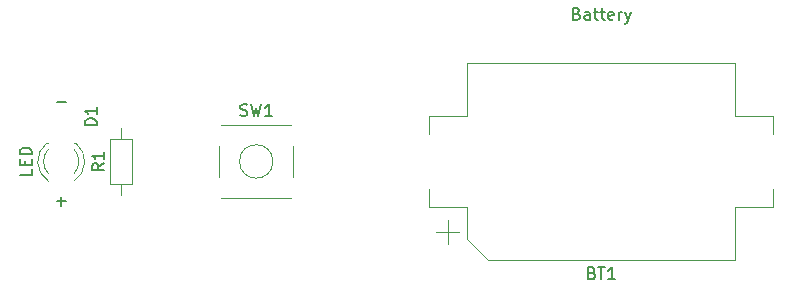
<source format=gto>
%TF.GenerationSoftware,KiCad,Pcbnew,(6.0.0)*%
%TF.CreationDate,2023-05-18T20:33:58-04:00*%
%TF.ProjectId,Project One _ Torchlight,50726f6a-6563-4742-904f-6e65205f2054,1.1*%
%TF.SameCoordinates,Original*%
%TF.FileFunction,Legend,Top*%
%TF.FilePolarity,Positive*%
%FSLAX46Y46*%
G04 Gerber Fmt 4.6, Leading zero omitted, Abs format (unit mm)*
G04 Created by KiCad (PCBNEW (6.0.0)) date 2023-05-18 20:33:58*
%MOMM*%
%LPD*%
G01*
G04 APERTURE LIST*
%ADD10C,0.150000*%
%ADD11C,0.120000*%
G04 APERTURE END LIST*
D10*
X91059047Y-90241428D02*
X91820952Y-90241428D01*
X91059047Y-98623428D02*
X91820952Y-98623428D01*
X91440000Y-99004380D02*
X91440000Y-98242476D01*
%TO.C,D1*%
X94432380Y-92178095D02*
X93432380Y-92178095D01*
X93432380Y-91940000D01*
X93480000Y-91797142D01*
X93575238Y-91701904D01*
X93670476Y-91654285D01*
X93860952Y-91606666D01*
X94003809Y-91606666D01*
X94194285Y-91654285D01*
X94289523Y-91701904D01*
X94384761Y-91797142D01*
X94432380Y-91940000D01*
X94432380Y-92178095D01*
X94432380Y-90654285D02*
X94432380Y-91225714D01*
X94432380Y-90940000D02*
X93432380Y-90940000D01*
X93575238Y-91035238D01*
X93670476Y-91130476D01*
X93718095Y-91225714D01*
X88932380Y-95892857D02*
X88932380Y-96369047D01*
X87932380Y-96369047D01*
X88408571Y-95559523D02*
X88408571Y-95226190D01*
X88932380Y-95083333D02*
X88932380Y-95559523D01*
X87932380Y-95559523D01*
X87932380Y-95083333D01*
X88932380Y-94654761D02*
X87932380Y-94654761D01*
X87932380Y-94416666D01*
X87980000Y-94273809D01*
X88075238Y-94178571D01*
X88170476Y-94130952D01*
X88360952Y-94083333D01*
X88503809Y-94083333D01*
X88694285Y-94130952D01*
X88789523Y-94178571D01*
X88884761Y-94273809D01*
X88932380Y-94416666D01*
X88932380Y-94654761D01*
%TO.C,BT1*%
X136374285Y-104703571D02*
X136517142Y-104751190D01*
X136564761Y-104798809D01*
X136612380Y-104894047D01*
X136612380Y-105036904D01*
X136564761Y-105132142D01*
X136517142Y-105179761D01*
X136421904Y-105227380D01*
X136040952Y-105227380D01*
X136040952Y-104227380D01*
X136374285Y-104227380D01*
X136469523Y-104275000D01*
X136517142Y-104322619D01*
X136564761Y-104417857D01*
X136564761Y-104513095D01*
X136517142Y-104608333D01*
X136469523Y-104655952D01*
X136374285Y-104703571D01*
X136040952Y-104703571D01*
X136898095Y-104227380D02*
X137469523Y-104227380D01*
X137183809Y-105227380D02*
X137183809Y-104227380D01*
X138326666Y-105227380D02*
X137755238Y-105227380D01*
X138040952Y-105227380D02*
X138040952Y-104227380D01*
X137945714Y-104370238D01*
X137850476Y-104465476D01*
X137755238Y-104513095D01*
X135088571Y-82732571D02*
X135231428Y-82780190D01*
X135279047Y-82827809D01*
X135326666Y-82923047D01*
X135326666Y-83065904D01*
X135279047Y-83161142D01*
X135231428Y-83208761D01*
X135136190Y-83256380D01*
X134755238Y-83256380D01*
X134755238Y-82256380D01*
X135088571Y-82256380D01*
X135183809Y-82304000D01*
X135231428Y-82351619D01*
X135279047Y-82446857D01*
X135279047Y-82542095D01*
X135231428Y-82637333D01*
X135183809Y-82684952D01*
X135088571Y-82732571D01*
X134755238Y-82732571D01*
X136183809Y-83256380D02*
X136183809Y-82732571D01*
X136136190Y-82637333D01*
X136040952Y-82589714D01*
X135850476Y-82589714D01*
X135755238Y-82637333D01*
X136183809Y-83208761D02*
X136088571Y-83256380D01*
X135850476Y-83256380D01*
X135755238Y-83208761D01*
X135707619Y-83113523D01*
X135707619Y-83018285D01*
X135755238Y-82923047D01*
X135850476Y-82875428D01*
X136088571Y-82875428D01*
X136183809Y-82827809D01*
X136517142Y-82589714D02*
X136898095Y-82589714D01*
X136660000Y-82256380D02*
X136660000Y-83113523D01*
X136707619Y-83208761D01*
X136802857Y-83256380D01*
X136898095Y-83256380D01*
X137088571Y-82589714D02*
X137469523Y-82589714D01*
X137231428Y-82256380D02*
X137231428Y-83113523D01*
X137279047Y-83208761D01*
X137374285Y-83256380D01*
X137469523Y-83256380D01*
X138183809Y-83208761D02*
X138088571Y-83256380D01*
X137898095Y-83256380D01*
X137802857Y-83208761D01*
X137755238Y-83113523D01*
X137755238Y-82732571D01*
X137802857Y-82637333D01*
X137898095Y-82589714D01*
X138088571Y-82589714D01*
X138183809Y-82637333D01*
X138231428Y-82732571D01*
X138231428Y-82827809D01*
X137755238Y-82923047D01*
X138660000Y-83256380D02*
X138660000Y-82589714D01*
X138660000Y-82780190D02*
X138707619Y-82684952D01*
X138755238Y-82637333D01*
X138850476Y-82589714D01*
X138945714Y-82589714D01*
X139183809Y-82589714D02*
X139421904Y-83256380D01*
X139660000Y-82589714D02*
X139421904Y-83256380D01*
X139326666Y-83494476D01*
X139279047Y-83542095D01*
X139183809Y-83589714D01*
%TO.C,SW1*%
X106616666Y-91354761D02*
X106759523Y-91402380D01*
X106997619Y-91402380D01*
X107092857Y-91354761D01*
X107140476Y-91307142D01*
X107188095Y-91211904D01*
X107188095Y-91116666D01*
X107140476Y-91021428D01*
X107092857Y-90973809D01*
X106997619Y-90926190D01*
X106807142Y-90878571D01*
X106711904Y-90830952D01*
X106664285Y-90783333D01*
X106616666Y-90688095D01*
X106616666Y-90592857D01*
X106664285Y-90497619D01*
X106711904Y-90450000D01*
X106807142Y-90402380D01*
X107045238Y-90402380D01*
X107188095Y-90450000D01*
X107521428Y-90402380D02*
X107759523Y-91402380D01*
X107950000Y-90688095D01*
X108140476Y-91402380D01*
X108378571Y-90402380D01*
X109283333Y-91402380D02*
X108711904Y-91402380D01*
X108997619Y-91402380D02*
X108997619Y-90402380D01*
X108902380Y-90545238D01*
X108807142Y-90640476D01*
X108711904Y-90688095D01*
%TO.C,R1*%
X95052380Y-95416666D02*
X94576190Y-95750000D01*
X95052380Y-95988095D02*
X94052380Y-95988095D01*
X94052380Y-95607142D01*
X94100000Y-95511904D01*
X94147619Y-95464285D01*
X94242857Y-95416666D01*
X94385714Y-95416666D01*
X94480952Y-95464285D01*
X94528571Y-95511904D01*
X94576190Y-95607142D01*
X94576190Y-95988095D01*
X95052380Y-94464285D02*
X95052380Y-95035714D01*
X95052380Y-94750000D02*
X94052380Y-94750000D01*
X94195238Y-94845238D01*
X94290476Y-94940476D01*
X94338095Y-95035714D01*
D11*
%TO.C,D1*%
X92676000Y-93690000D02*
X92520000Y-93690000D01*
X90360000Y-93690000D02*
X90204000Y-93690000D01*
X90360000Y-94209039D02*
G75*
G03*
X90360163Y-96291130I1080000J-1040961D01*
G01*
X92519837Y-96291130D02*
G75*
G03*
X92520000Y-94209039I-1079837J1041130D01*
G01*
X92518608Y-96922335D02*
G75*
G03*
X92675516Y-93690000I-1078609J1672335D01*
G01*
X90204484Y-93690000D02*
G75*
G03*
X90361392Y-96922335I1235517J-1560000D01*
G01*
%TO.C,BT1*%
X125810000Y-86900000D02*
X148510000Y-86900000D01*
X151710000Y-91400000D02*
X151710000Y-92950000D01*
X125810000Y-91400000D02*
X122610000Y-91400000D01*
X125810000Y-101800000D02*
X125810000Y-99100000D01*
X124160000Y-100250000D02*
X124160000Y-102250000D01*
X125810000Y-86900000D02*
X125810000Y-91400000D01*
X151710000Y-99100000D02*
X151710000Y-97550000D01*
X122610000Y-99100000D02*
X122610000Y-97550000D01*
X148510000Y-103600000D02*
X127610000Y-103600000D01*
X127610000Y-103600000D02*
X125810000Y-101800000D01*
X125810000Y-99100000D02*
X122610000Y-99100000D01*
X148510000Y-99100000D02*
X151710000Y-99100000D01*
X148510000Y-86900000D02*
X148510000Y-91400000D01*
X148510000Y-91400000D02*
X151710000Y-91400000D01*
X122610000Y-91400000D02*
X122610000Y-92950000D01*
X125160000Y-101250000D02*
X123160000Y-101250000D01*
X148510000Y-103600000D02*
X148510000Y-99100000D01*
%TO.C,SW1*%
X104980000Y-98370000D02*
X110920000Y-98370000D01*
X111070000Y-93910000D02*
X111070000Y-96590000D01*
X104830000Y-96590000D02*
X104830000Y-93910000D01*
X104980000Y-92130000D02*
X110920000Y-92130000D01*
X109364214Y-95250000D02*
G75*
G03*
X109364214Y-95250000I-1414214J0D01*
G01*
%TO.C,R1*%
X96520000Y-92380000D02*
X96520000Y-93330000D01*
X97440000Y-93330000D02*
X95600000Y-93330000D01*
X95600000Y-97170000D02*
X97440000Y-97170000D01*
X95600000Y-93330000D02*
X95600000Y-97170000D01*
X96520000Y-98120000D02*
X96520000Y-97170000D01*
X97440000Y-97170000D02*
X97440000Y-93330000D01*
%TD*%
M02*

</source>
